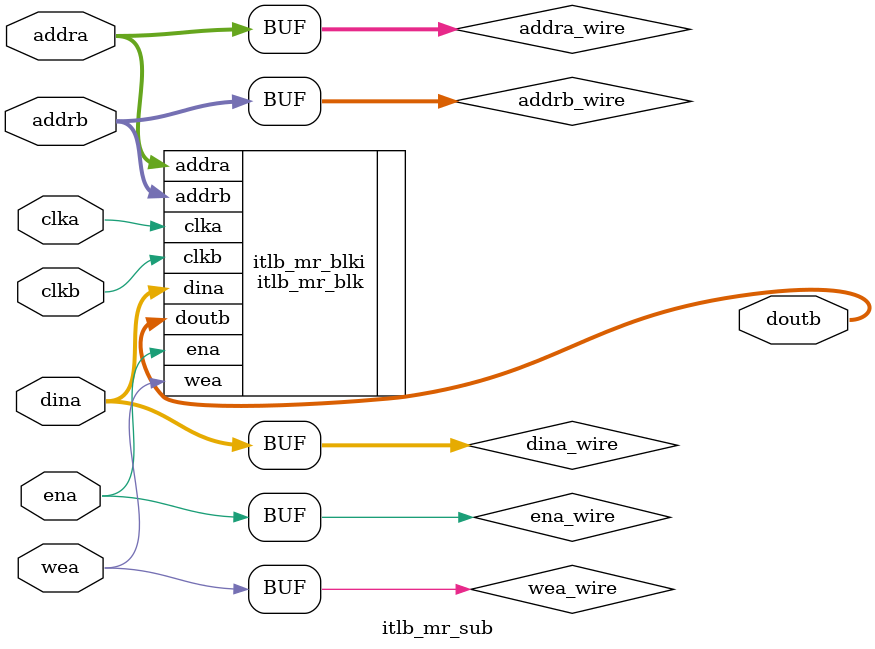
<source format=v>
/*******************************************************************************
*     This file is owned and controlled by Xilinx and must be used             *
*     solely for design, simulation, implementation and creation of            *
*     design files limited to Xilinx devices or technologies. Use              *
*     with non-Xilinx devices or technologies is expressly prohibited          *
*     and immediately terminates your license.                                 *
*                                                                              *
*     XILINX IS PROVIDING THIS DESIGN, CODE, OR INFORMATION "AS IS"            *
*     SOLELY FOR USE IN DEVELOPING PROGRAMS AND SOLUTIONS FOR                  *
*     XILINX DEVICES.  BY PROVIDING THIS DESIGN, CODE, OR INFORMATION          *
*     AS ONE POSSIBLE IMPLEMENTATION OF THIS FEATURE, APPLICATION              *
*     OR STANDARD, XILINX IS MAKING NO REPRESENTATION THAT THIS                *
*     IMPLEMENTATION IS FREE FROM ANY CLAIMS OF INFRINGEMENT,                  *
*     AND YOU ARE RESPONSIBLE FOR OBTAINING ANY RIGHTS YOU MAY REQUIRE         *
*     FOR YOUR IMPLEMENTATION.  XILINX EXPRESSLY DISCLAIMS ANY                 *
*     WARRANTY WHATSOEVER WITH RESPECT TO THE ADEQUACY OF THE                  *
*     IMPLEMENTATION, INCLUDING BUT NOT LIMITED TO ANY WARRANTIES OR           *
*     REPRESENTATIONS THAT THIS IMPLEMENTATION IS FREE FROM CLAIMS OF          *
*     INFRINGEMENT, IMPLIED WARRANTIES OF MERCHANTABILITY AND FITNESS          *
*     FOR A PARTICULAR PURPOSE.                                                *
*                                                                              *
*     Xilinx products are not intended for use in life support                 *
*     appliances, devices, or systems. Use in such applications are            *
*     expressly prohibited.                                                    *
*                                                                              *
*     (c) Copyright 1995-2009 Xilinx, Inc.                                     *
*     All rights reserved.                                                     *
*******************************************************************************/
// The synthesis directives "translate_off/translate_on" specified below are
// supported by Xilinx, Mentor Graphics and Synplicity synthesis
// tools. Ensure they are correct for your synthesis tool(s).

// You must compile the wrapper file itlb_mr_blk.v when simulating
// the core, itlb_mr_blk. When compiling the wrapper file, be sure to
// reference the XilinxCoreLib Verilog simulation library. For detailed
// instructions, please refer to the "CORE Generator Help".

`timescale 1ns/1ps

module itlb_mr_sub(
	clka,
	ena,
	wea,
	addra,
	dina,
	clkb,
	addrb,
	doutb);


input clka;
input ena;
input [0 : 0] wea;
input [5 : 0] addra;
input [13 : 0] dina;
input clkb;
input [5 : 0] addrb;
output [13 : 0] doutb;

wire ena_wire;
wire [0 : 0] wea_wire;
wire [5 : 0] addra_wire;
wire [13 : 0] dina_wire;
wire [5 : 0] addrb_wire;

assign ena_wire = ena;
assign wea_wire = wea;
assign addra_wire = addra;
assign dina_wire = dina;
assign addrb_wire = addrb;

itlb_mr_blk itlb_mr_blki(
	.clka(clka),
	.ena(ena_wire),
	.wea(wea_wire),
	.addra(addra_wire),
	.dina(dina_wire),
	.clkb(clkb),
	.addrb(addrb_wire),
	.doutb(doutb));

endmodule


</source>
